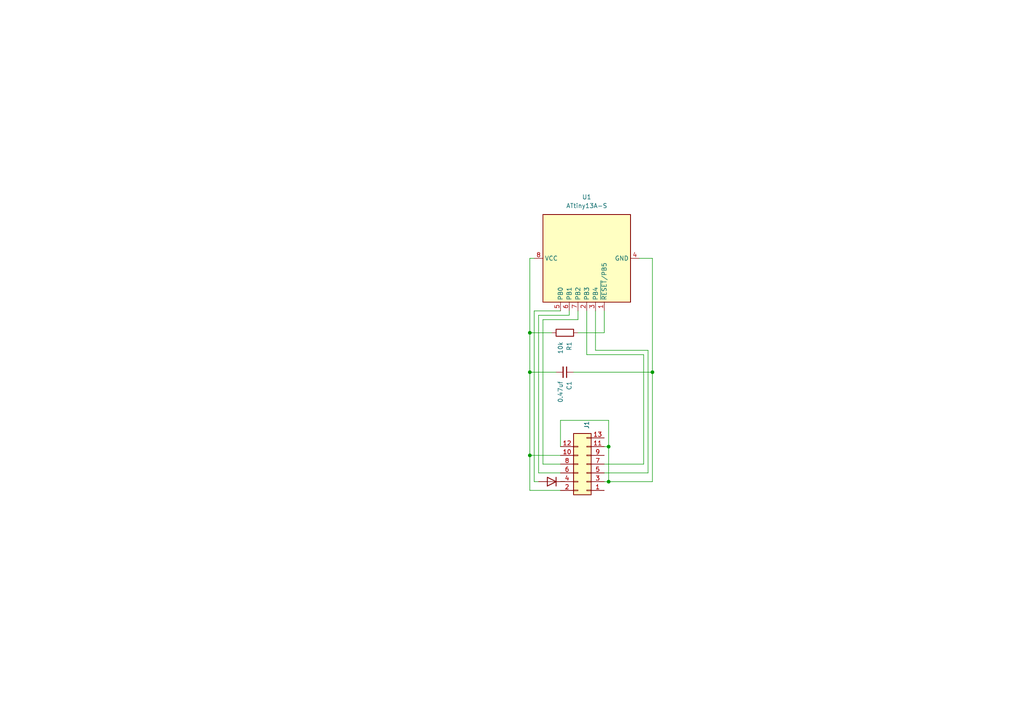
<source format=kicad_sch>
(kicad_sch (version 20211123) (generator eeschema)
  (paper "A4")
  (lib_symbols
    (symbol "Connector_Generic:Conn_2Rows-13Pins" (pin_names (offset 1.016) hide)
      (property "Reference" "J" (at 1.27 10.16 0))
      (property "Value" "Conn_2Rows-13Pins" (at 1.27 -10.16 0))
      (symbol "Conn_2Rows-13Pins_1_1"
        (rectangle (start -1.27 -7.493) (end 0 -7.747) (stroke (width 0.1524)))
        (rectangle (start -1.27 -4.953) (end 0 -5.207) (stroke (width 0.1524)))
        (rectangle (start -1.27 -2.413) (end 0 -2.667) (stroke (width 0.1524)))
        (rectangle (start -1.27 0.127) (end 0 -0.127) (stroke (width 0.1524)))
        (rectangle (start -1.27 2.667) (end 0 2.413) (stroke (width 0.1524)))
        (rectangle (start -1.27 5.207) (end 0 4.953) (stroke (width 0.1524)))
        (rectangle (start -1.27 7.747) (end 0 7.493) (stroke (width 0.1524)))
        (rectangle (start -1.27 8.89) (end 3.81 -8.89) (stroke (width 0.254)) (fill (type background)))
        (rectangle (start 3.81 -4.953) (end 2.54 -5.207) (stroke (width 0.1524)))
        (rectangle (start 3.81 -2.413) (end 2.54 -2.667) (stroke (width 0.1524)))
        (rectangle (start 3.81 0.127) (end 2.54 -0.127) (stroke (width 0.1524)))
        (rectangle (start 3.81 2.667) (end 2.54 2.413) (stroke (width 0.1524)))
        (rectangle (start 3.81 5.207) (end 2.54 4.953) (stroke (width 0.1524)))
        (rectangle (start 3.81 7.747) (end 2.54 7.493) (stroke (width 0.1524)))
        (pin passive line (at -5.08 7.62 0) (length 3.81) (name "Pin_1") (number "1"))
        (pin passive line (at 7.62 -2.54 180) (length 3.81) (name "Pin_10") (number "10"))
        (pin passive line (at -5.08 -5.08 0) (length 3.81) (name "Pin_11") (number "11"))
        (pin passive line (at 7.62 -5.08 180) (length 3.81) (name "Pin_12") (number "12"))
        (pin passive line (at -5.08 -7.62 0) (length 3.81) (name "Pin_13") (number "13"))
        (pin passive line (at 7.62 7.62 180) (length 3.81) (name "Pin_2") (number "2"))
        (pin passive line (at -5.08 5.08 0) (length 3.81) (name "Pin_3") (number "3"))
        (pin passive line (at 7.62 5.08 180) (length 3.81) (name "Pin_4") (number "4"))
        (pin passive line (at -5.08 2.54 0) (length 3.81) (name "Pin_5") (number "5"))
        (pin passive line (at 7.62 2.54 180) (length 3.81) (name "Pin_6") (number "6"))
        (pin passive line (at -5.08 0 0) (length 3.81) (name "Pin_7") (number "7"))
        (pin passive line (at 7.62 0 180) (length 3.81) (name "Pin_8") (number "8"))
        (pin passive line (at -5.08 -2.54 0) (length 3.81) (name "Pin_9") (number "9"))
      )
    )
    (symbol "Device:C_Small" (pin_numbers hide) (pin_names (offset 0.254) hide)
      (property "Reference" "C" (at 0.254 1.778 0))
      (property "Value" "C_Small" (at 0.254 -2.032 0))
      (symbol "C_Small_0_1"
        (polyline (pts (xy -1.524 -0.508) (xy 1.524 -0.508)) (stroke (width 0.3302)))
        (polyline (pts (xy -1.524 0.508) (xy 1.524 0.508)) (stroke (width 0.3048)))
      )
      (symbol "C_Small_1_1"
        (pin passive line (at 0 2.54 270) (length 2.032) (name "~") (number "1"))
        (pin passive line (at 0 -2.54 90) (length 2.032) (name "~") (number "2"))
      )
    )
    (symbol "Device:D" (pin_numbers hide) (pin_names (offset 1.016) hide)
      (property "Reference" "D" (at 0 2.54 0))
      (property "Value" "D" (at 0 -2.54 0))
      (symbol "D_0_1"
        (polyline (pts (xy -1.27 1.27) (xy -1.27 -1.27)) (stroke (width 0.254)))
        (polyline (pts (xy 1.27 0) (xy -1.27 0)))
        (polyline (pts (xy 1.27 1.27) (xy 1.27 -1.27) (xy -1.27 0) (xy 1.27 1.27)) (stroke (width 0.254)))
      )
      (symbol "D_1_1"
        (pin passive line (at -3.81 0 0) (length 2.54) (name "K") (number "1"))
        (pin passive line (at 3.81 0 180) (length 2.54) (name "A") (number "2"))
      )
    )
    (symbol "Device:R" (pin_numbers hide) (pin_names (offset 0))
      (property "Reference" "R" (at 2.032 0 90))
      (property "Value" "R" (at 0 0 90))
      (symbol "R_0_1"
        (rectangle (start -1.016 -2.54) (end 1.016 2.54) (stroke (width 0.254)))
      )
      (symbol "R_1_1"
        (pin passive line (at 0 3.81 270) (length 1.27) (name "~") (number "1"))
        (pin passive line (at 0 -3.81 90) (length 1.27) (name "~") (number "2"))
      )
    )
    (symbol "MCU_Microchip_ATtiny:ATtiny13A-S"
      (property "Reference" "U1" (at -13.97 1.2701 0))
      (property "Value" "ATtiny13A-S" (at -13.97 -1.2699 0))
      (symbol "ATtiny13A-S_0_1"
        (rectangle (start -12.7 -12.7) (end 12.7 12.7) (stroke (width 0.254)) (fill (type background)))
      )
      (symbol "ATtiny13A-S_1_1"
        (pin bidirectional line (at 15.24 -5.08 180) (length 2.54) (name "~{RESET}/PB5") (number "1"))
        (pin bidirectional line (at 15.24 0 180) (length 2.54) (name "PB3") (number "2"))
        (pin bidirectional line (at 15.24 -2.54 180) (length 2.54) (name "PB4") (number "3"))
        (pin power_in line (at 0 -15.24 90) (length 2.54) (name "GND") (number "4"))
        (pin bidirectional line (at 15.24 7.62 180) (length 2.54) (name "PB0") (number "5"))
        (pin bidirectional line (at 15.24 5.08 180) (length 2.54) (name "PB1") (number "6"))
        (pin bidirectional line (at 15.24 2.54 180) (length 2.54) (name "PB2") (number "7"))
        (pin power_in line (at 0 15.24 270) (length 2.54) (name "VCC") (number "8"))
      )
    )
  )
  (junction (at 176.53 129.54))
  (junction (at 176.53 139.7))
  (junction (at 153.67 96.52))
  (junction (at 189.23 107.95))
  (junction (at 153.67 107.95))
  (junction (at 153.67 132.08))
  (wire (pts (xy 186.69 102.87) (xy 186.69 134.62)))
  (wire (pts (xy 162.56 132.08) (xy 153.67 132.08)))
  (wire (pts (xy 154.94 139.7) (xy 156.21 139.7)))
  (wire (pts (xy 153.67 142.24) (xy 162.56 142.24)))
  (wire (pts (xy 162.56 139.7) (xy 163.83 139.7)))
  (wire (pts (xy 153.67 132.08) (xy 153.67 142.24)))
  (wire (pts (xy 170.18 90.17) (xy 170.18 102.87)))
  (wire (pts (xy 154.94 74.93) (xy 153.67 74.93)))
  (wire (pts (xy 160.02 96.52) (xy 153.67 96.52)))
  (wire (pts (xy 187.96 137.16) (xy 175.26 137.16)))
  (wire (pts (xy 176.53 139.7) (xy 176.53 129.54)))
  (wire (pts (xy 175.26 96.52) (xy 175.26 90.17)))
  (wire (pts (xy 172.72 90.17) (xy 172.72 101.6)))
  (wire (pts (xy 156.21 91.44) (xy 156.21 137.16)))
  (wire (pts (xy 165.1 91.44) (xy 156.21 91.44)))
  (wire (pts (xy 189.23 107.95) (xy 189.23 139.7)))
  (wire (pts (xy 187.96 101.6) (xy 187.96 137.16)))
  (wire (pts (xy 176.53 121.92) (xy 162.56 121.92)))
  (wire (pts (xy 157.48 92.71) (xy 157.48 134.62)))
  (wire (pts (xy 176.53 139.7) (xy 175.26 139.7)))
  (wire (pts (xy 162.56 90.17) (xy 154.94 90.17)))
  (wire (pts (xy 165.1 90.17) (xy 165.1 91.44)))
  (wire (pts (xy 153.67 74.93) (xy 153.67 96.52)))
  (wire (pts (xy 153.67 96.52) (xy 153.67 107.95)))
  (wire (pts (xy 185.42 74.93) (xy 189.23 74.93)))
  (wire (pts (xy 161.29 107.95) (xy 153.67 107.95)))
  (wire (pts (xy 167.64 92.71) (xy 157.48 92.71)))
  (wire (pts (xy 162.56 121.92) (xy 162.56 129.54)))
  (wire (pts (xy 176.53 129.54) (xy 176.53 121.92)))
  (wire (pts (xy 157.48 134.62) (xy 162.56 134.62)))
  (wire (pts (xy 189.23 74.93) (xy 189.23 107.95)))
  (wire (pts (xy 186.69 134.62) (xy 175.26 134.62)))
  (wire (pts (xy 153.67 107.95) (xy 153.67 132.08)))
  (wire (pts (xy 176.53 129.54) (xy 175.26 129.54)))
  (wire (pts (xy 170.18 102.87) (xy 186.69 102.87)))
  (wire (pts (xy 166.37 107.95) (xy 189.23 107.95)))
  (wire (pts (xy 172.72 101.6) (xy 187.96 101.6)))
  (wire (pts (xy 154.94 90.17) (xy 154.94 139.7)))
  (wire (pts (xy 167.64 96.52) (xy 175.26 96.52)))
  (wire (pts (xy 189.23 139.7) (xy 176.53 139.7)))
  (wire (pts (xy 167.64 90.17) (xy 167.64 92.71)))
  (wire (pts (xy 156.21 137.16) (xy 162.56 137.16)))
  (symbol (lib_id "Device:R") (at 163.83 96.52 270) (unit 1)
    (property "Reference" "R1" (at 165.1001 99.06 0) (effects (justify left)))
    (property "Value" "10k" (at 162.5601 99.06 0) (effects (justify left)))
    (property "Footprint" "Resistor_SMD:R_0805_2012Metric_Pad1.20x1.40mm_HandSolder" (effects hide))
  )
  (symbol (lib_id "Connector_Generic:Conn_2Rows-13Pins") (at 170.18 134.62 180) (unit 1)
    (property "Reference" "J1" (at 170.1801 124.46 90) (effects (justify right)))
    (property "Value" "to Xbox" (effects hide))
    (property "Footprint" "Connector_Hirose:Hirose_DF11-14DP-2DSA_2x07_P2.00mm_Vertical" (effects hide))
  )
  (symbol (lib_id "Device:C_Small") (at 163.83 107.95 270) (unit 1)
    (property "Reference" "C1" (at 165.0938 110.49 0) (effects (justify left)))
    (property "Value" "0.47uf" (at 162.5538 110.49 0) (effects (justify left)))
    (property "Footprint" "Capacitor_SMD:C_0805_2012Metric_Pad1.18x1.45mm_HandSolder" (effects hide))
  )
  (symbol (lib_id "Device:D") (at 160.02 139.7 180) (unit 1)
    (property "Reference" "D1" (effects hide))
    (property "Value" "1N4148" (effects hide))
    (property "Footprint" "Diode_SMD:D_0805_2012Metric_Pad1.15x1.40mm_HandSolder" (effects hide))
  )
  (symbol (lib_id "MCU_Microchip_ATtiny:ATtiny13A-S") (at 170.18 74.93 90) (mirror x) (unit 1)
    (property "Reference" "U1" (at 170.18 57.15 90))
    (property "Value" "ATtiny13A-S" (at 170.18 59.69 90))
    (property "Footprint" "Package_SO:SOIC-8W_5.3x5.3mm_P1.27mm" (effects hide))
    (property "Datasheet" "http://ww1.microchip.com/downloads/en/DeviceDoc/doc8126.pdf" (effects hide))
  )
)
</source>
